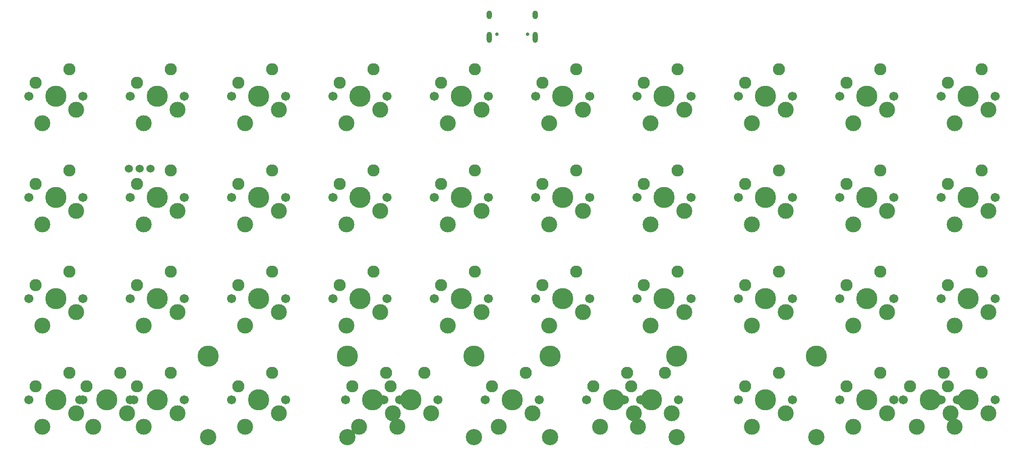
<source format=gbr>
%TF.GenerationSoftware,KiCad,Pcbnew,(6.99.0-222-g367431f825)*%
%TF.CreationDate,2022-01-13T14:33:26+01:00*%
%TF.ProjectId,Endeavour-2,456e6465-6176-46f7-9572-2d322e6b6963,rev?*%
%TF.SameCoordinates,Original*%
%TF.FileFunction,Soldermask,Top*%
%TF.FilePolarity,Negative*%
%FSLAX46Y46*%
G04 Gerber Fmt 4.6, Leading zero omitted, Abs format (unit mm)*
G04 Created by KiCad (PCBNEW (6.99.0-222-g367431f825)) date 2022-01-13 14:33:26*
%MOMM*%
%LPD*%
G01*
G04 APERTURE LIST*
%ADD10C,1.701800*%
%ADD11C,3.000000*%
%ADD12C,3.987800*%
%ADD13C,2.286000*%
%ADD14C,3.048000*%
%ADD15C,0.650000*%
%ADD16O,1.000000X1.600000*%
%ADD17O,1.000000X2.100000*%
%ADD18C,1.524000*%
G04 APERTURE END LIST*
D10*
%TO.C,K0*%
X55910000Y-35330000D03*
D11*
X58450000Y-40410000D03*
D12*
X60990000Y-35330000D03*
D11*
X64800000Y-37870000D03*
D10*
X66070000Y-35330000D03*
D13*
X63530000Y-30250000D03*
X57180000Y-32790000D03*
%TD*%
D10*
%TO.C,K1*%
X74960000Y-35330000D03*
D11*
X77500000Y-40410000D03*
D12*
X80040000Y-35330000D03*
D11*
X83850000Y-37870000D03*
D10*
X85120000Y-35330000D03*
D13*
X82580000Y-30250000D03*
X76230000Y-32790000D03*
%TD*%
D10*
%TO.C,K2*%
X94010000Y-35330000D03*
D11*
X96550000Y-40410000D03*
D12*
X99090000Y-35330000D03*
D11*
X102900000Y-37870000D03*
D10*
X104170000Y-35330000D03*
D13*
X101630000Y-30250000D03*
X95280000Y-32790000D03*
%TD*%
D10*
%TO.C,K3*%
X113060000Y-35330000D03*
D11*
X115600000Y-40410000D03*
D12*
X118140000Y-35330000D03*
D11*
X121950000Y-37870000D03*
D10*
X123220000Y-35330000D03*
D13*
X120680000Y-30250000D03*
X114330000Y-32790000D03*
%TD*%
D10*
%TO.C,K4*%
X132110000Y-35330000D03*
D11*
X134650000Y-40410000D03*
D12*
X137190000Y-35330000D03*
D11*
X141000000Y-37870000D03*
D10*
X142270000Y-35330000D03*
D13*
X139730000Y-30250000D03*
X133380000Y-32790000D03*
%TD*%
D10*
%TO.C,K6*%
X170210000Y-35330000D03*
D11*
X172750000Y-40410000D03*
D12*
X175290000Y-35330000D03*
D11*
X179100000Y-37870000D03*
D10*
X180370000Y-35330000D03*
D13*
X177830000Y-30250000D03*
X171480000Y-32790000D03*
%TD*%
D10*
%TO.C,K7*%
X189260000Y-35330000D03*
D11*
X191800000Y-40410000D03*
D12*
X194340000Y-35330000D03*
D11*
X198150000Y-37870000D03*
D10*
X199420000Y-35330000D03*
D13*
X196880000Y-30250000D03*
X190530000Y-32790000D03*
%TD*%
D10*
%TO.C,K8*%
X208310000Y-35330000D03*
D11*
X210850000Y-40410000D03*
D12*
X213390000Y-35330000D03*
D11*
X217200000Y-37870000D03*
D10*
X218470000Y-35330000D03*
D13*
X215930000Y-30250000D03*
X209580000Y-32790000D03*
%TD*%
D10*
%TO.C,K9*%
X227360000Y-35330000D03*
D11*
X229900000Y-40410000D03*
D12*
X232440000Y-35330000D03*
D11*
X236250000Y-37870000D03*
D10*
X237520000Y-35330000D03*
D13*
X234980000Y-30250000D03*
X228630000Y-32790000D03*
%TD*%
D10*
%TO.C,K10*%
X55910000Y-54380000D03*
D11*
X58450000Y-59460000D03*
D12*
X60990000Y-54380000D03*
D11*
X64800000Y-56920000D03*
D10*
X66070000Y-54380000D03*
D13*
X63530000Y-49300000D03*
X57180000Y-51840000D03*
%TD*%
D10*
%TO.C,K11*%
X74960000Y-54380000D03*
D11*
X77500000Y-59460000D03*
D12*
X80040000Y-54380000D03*
D11*
X83850000Y-56920000D03*
D10*
X85120000Y-54380000D03*
D13*
X82580000Y-49300000D03*
X76230000Y-51840000D03*
%TD*%
D10*
%TO.C,K12*%
X94010000Y-54380000D03*
D11*
X96550000Y-59460000D03*
D12*
X99090000Y-54380000D03*
D11*
X102900000Y-56920000D03*
D10*
X104170000Y-54380000D03*
D13*
X101630000Y-49300000D03*
X95280000Y-51840000D03*
%TD*%
D10*
%TO.C,K13*%
X113060000Y-54380000D03*
D11*
X115600000Y-59460000D03*
D12*
X118140000Y-54380000D03*
D11*
X121950000Y-56920000D03*
D10*
X123220000Y-54380000D03*
D13*
X120680000Y-49300000D03*
X114330000Y-51840000D03*
%TD*%
D10*
%TO.C,K14*%
X132110000Y-54380000D03*
D11*
X134650000Y-59460000D03*
D12*
X137190000Y-54380000D03*
D11*
X141000000Y-56920000D03*
D10*
X142270000Y-54380000D03*
D13*
X139730000Y-49300000D03*
X133380000Y-51840000D03*
%TD*%
D10*
%TO.C,K15*%
X151160000Y-54380000D03*
D11*
X153700000Y-59460000D03*
D12*
X156240000Y-54380000D03*
D11*
X160050000Y-56920000D03*
D10*
X161320000Y-54380000D03*
D13*
X158780000Y-49300000D03*
X152430000Y-51840000D03*
%TD*%
D10*
%TO.C,K16*%
X170210000Y-54380000D03*
D11*
X172750000Y-59460000D03*
D12*
X175290000Y-54380000D03*
D11*
X179100000Y-56920000D03*
D10*
X180370000Y-54380000D03*
D13*
X177830000Y-49300000D03*
X171480000Y-51840000D03*
%TD*%
D10*
%TO.C,K17*%
X189260000Y-54380000D03*
D11*
X191800000Y-59460000D03*
D12*
X194340000Y-54380000D03*
D11*
X198150000Y-56920000D03*
D10*
X199420000Y-54380000D03*
D13*
X196880000Y-49300000D03*
X190530000Y-51840000D03*
%TD*%
D10*
%TO.C,K18*%
X208310000Y-54380000D03*
D11*
X210850000Y-59460000D03*
D12*
X213390000Y-54380000D03*
D11*
X217200000Y-56920000D03*
D10*
X218470000Y-54380000D03*
D13*
X215930000Y-49300000D03*
X209580000Y-51840000D03*
%TD*%
D10*
%TO.C,K19*%
X227360000Y-54380000D03*
D11*
X229900000Y-59460000D03*
D12*
X232440000Y-54380000D03*
D11*
X236250000Y-56920000D03*
D10*
X237520000Y-54380000D03*
D13*
X234980000Y-49300000D03*
X228630000Y-51840000D03*
%TD*%
D10*
%TO.C,K20*%
X55910000Y-73430000D03*
D11*
X58450000Y-78510000D03*
D12*
X60990000Y-73430000D03*
D11*
X64800000Y-75970000D03*
D10*
X66070000Y-73430000D03*
D13*
X63530000Y-68350000D03*
X57180000Y-70890000D03*
%TD*%
D10*
%TO.C,K21*%
X74960000Y-73430000D03*
D11*
X77500000Y-78510000D03*
D12*
X80040000Y-73430000D03*
D11*
X83850000Y-75970000D03*
D10*
X85120000Y-73430000D03*
D13*
X82580000Y-68350000D03*
X76230000Y-70890000D03*
%TD*%
D10*
%TO.C,K22*%
X94010000Y-73430000D03*
D11*
X96550000Y-78510000D03*
D12*
X99090000Y-73430000D03*
D11*
X102900000Y-75970000D03*
D10*
X104170000Y-73430000D03*
D13*
X101630000Y-68350000D03*
X95280000Y-70890000D03*
%TD*%
D10*
%TO.C,K23*%
X113060000Y-73430000D03*
D11*
X115600000Y-78510000D03*
D12*
X118140000Y-73430000D03*
D11*
X121950000Y-75970000D03*
D10*
X123220000Y-73430000D03*
D13*
X120680000Y-68350000D03*
X114330000Y-70890000D03*
%TD*%
D10*
%TO.C,K24*%
X132110000Y-73430000D03*
D11*
X134650000Y-78510000D03*
D12*
X137190000Y-73430000D03*
D11*
X141000000Y-75970000D03*
D10*
X142270000Y-73430000D03*
D13*
X139730000Y-68350000D03*
X133380000Y-70890000D03*
%TD*%
D10*
%TO.C,K25*%
X151160000Y-73430000D03*
D11*
X153700000Y-78510000D03*
D12*
X156240000Y-73430000D03*
D11*
X160050000Y-75970000D03*
D10*
X161320000Y-73430000D03*
D13*
X158780000Y-68350000D03*
X152430000Y-70890000D03*
%TD*%
D10*
%TO.C,K26*%
X170210000Y-73430000D03*
D11*
X172750000Y-78510000D03*
D12*
X175290000Y-73430000D03*
D11*
X179100000Y-75970000D03*
D10*
X180370000Y-73430000D03*
D13*
X177830000Y-68350000D03*
X171480000Y-70890000D03*
%TD*%
D10*
%TO.C,K27*%
X189260000Y-73430000D03*
D11*
X191800000Y-78510000D03*
D12*
X194340000Y-73430000D03*
D11*
X198150000Y-75970000D03*
D10*
X199420000Y-73430000D03*
D13*
X196880000Y-68350000D03*
X190530000Y-70890000D03*
%TD*%
D10*
%TO.C,K28*%
X208310000Y-73430000D03*
D11*
X210850000Y-78510000D03*
D12*
X213390000Y-73430000D03*
D11*
X217200000Y-75970000D03*
D10*
X218470000Y-73430000D03*
D13*
X215930000Y-68350000D03*
X209580000Y-70890000D03*
%TD*%
D10*
%TO.C,K29*%
X227360000Y-73430000D03*
D11*
X229900000Y-78510000D03*
D12*
X232440000Y-73430000D03*
D11*
X236250000Y-75970000D03*
D10*
X237520000Y-73430000D03*
D13*
X234980000Y-68350000D03*
X228630000Y-70890000D03*
%TD*%
D10*
%TO.C,1u1*%
X55910000Y-92480000D03*
D11*
X58450000Y-97560000D03*
D12*
X60990000Y-92480000D03*
D11*
X64800000Y-95020000D03*
D10*
X66070000Y-92480000D03*
D13*
X63530000Y-87400000D03*
X57180000Y-89940000D03*
%TD*%
D10*
%TO.C,1u2*%
X74960000Y-92480000D03*
D11*
X77500000Y-97560000D03*
D12*
X80040000Y-92480000D03*
D11*
X83850000Y-95020000D03*
D10*
X85120000Y-92480000D03*
D13*
X82580000Y-87400000D03*
X76230000Y-89940000D03*
%TD*%
D10*
%TO.C,1u3*%
X94010000Y-92480000D03*
D11*
X96550000Y-97560000D03*
D12*
X99090000Y-92480000D03*
D11*
X102900000Y-95020000D03*
D10*
X104170000Y-92480000D03*
D13*
X101630000Y-87400000D03*
X95280000Y-89940000D03*
%TD*%
D10*
%TO.C,1u4*%
X122585000Y-92480000D03*
D11*
X125125000Y-97560000D03*
D12*
X127665000Y-92480000D03*
D11*
X131475000Y-95020000D03*
D10*
X132745000Y-92480000D03*
D13*
X130205000Y-87400000D03*
X123855000Y-89940000D03*
%TD*%
D10*
%TO.C,1u5*%
X160685000Y-92480000D03*
D11*
X163225000Y-97560000D03*
D12*
X165765000Y-92480000D03*
D11*
X169575000Y-95020000D03*
D10*
X170845000Y-92480000D03*
D13*
X168305000Y-87400000D03*
X161955000Y-89940000D03*
%TD*%
D10*
%TO.C,1u6*%
X189260000Y-92480000D03*
D11*
X191800000Y-97560000D03*
D12*
X194340000Y-92480000D03*
D11*
X198150000Y-95020000D03*
D10*
X199420000Y-92480000D03*
D13*
X196880000Y-87400000D03*
X190530000Y-89940000D03*
%TD*%
D10*
%TO.C,1u7*%
X208310000Y-92480000D03*
D11*
X210850000Y-97560000D03*
D12*
X213390000Y-92480000D03*
D11*
X217200000Y-95020000D03*
D10*
X218470000Y-92480000D03*
D13*
X215930000Y-87400000D03*
X209580000Y-89940000D03*
%TD*%
D10*
%TO.C,1u8*%
X227360000Y-92460000D03*
D11*
X229900000Y-97540000D03*
D12*
X232440000Y-92460000D03*
D11*
X236250000Y-95000000D03*
D10*
X237520000Y-92460000D03*
D13*
X234980000Y-87380000D03*
X228630000Y-89920000D03*
%TD*%
D10*
%TO.C,K5*%
X151160000Y-35330000D03*
D11*
X153700000Y-40410000D03*
D12*
X156240000Y-35330000D03*
D11*
X160050000Y-37870000D03*
D10*
X161320000Y-35330000D03*
D13*
X158780000Y-30250000D03*
X152430000Y-32790000D03*
%TD*%
D10*
%TO.C,SPACE1*%
X141635000Y-92480000D03*
D11*
X144175000Y-97560000D03*
D12*
X146715000Y-92480000D03*
D11*
X150525000Y-95020000D03*
D10*
X151795000Y-92480000D03*
D13*
X149255000Y-87400000D03*
X142905000Y-89940000D03*
%TD*%
D10*
%TO.C,1.5u1*%
X115441250Y-92480000D03*
D11*
X117981250Y-97560000D03*
D12*
X120521250Y-92480000D03*
D11*
X124331250Y-95020000D03*
D10*
X125601250Y-92480000D03*
D13*
X123061250Y-87400000D03*
X116711250Y-89940000D03*
%TD*%
D14*
%TO.C,H2*%
X139571250Y-99465000D03*
D12*
X139571250Y-84225000D03*
D14*
X115758750Y-99465000D03*
D12*
X115758750Y-84225000D03*
%TD*%
D14*
%TO.C,H1*%
X177671250Y-99465000D03*
D12*
X177671250Y-84225000D03*
D14*
X153858750Y-99465000D03*
D12*
X153858750Y-84225000D03*
%TD*%
D14*
%TO.C,H0*%
X203865000Y-99465000D03*
D12*
X203865000Y-84225000D03*
D14*
X89565000Y-99465000D03*
D12*
X89565000Y-84225000D03*
%TD*%
D10*
%TO.C,1.5u2*%
X167828750Y-92480000D03*
D11*
X170368750Y-97560000D03*
D12*
X172908750Y-92480000D03*
D11*
X176718750Y-95020000D03*
D10*
X177988750Y-92480000D03*
D13*
X175448750Y-87400000D03*
X169098750Y-89940000D03*
%TD*%
D10*
%TO.C,1u_space2*%
X220216250Y-92480000D03*
D11*
X222756250Y-97560000D03*
D12*
X225296250Y-92480000D03*
D11*
X229106250Y-95020000D03*
D10*
X230376250Y-92480000D03*
D13*
X227836250Y-87400000D03*
X221486250Y-89940000D03*
%TD*%
D10*
%TO.C,1u_space1*%
X65435000Y-92480000D03*
D11*
X67975000Y-97560000D03*
D12*
X70515000Y-92480000D03*
D11*
X74325000Y-95020000D03*
D10*
X75595000Y-92480000D03*
D13*
X73055000Y-87400000D03*
X66705000Y-89940000D03*
%TD*%
D15*
%TO.C,J1*%
X143825000Y-23642500D03*
X149605000Y-23642500D03*
D16*
X142395000Y-19992500D03*
D17*
X142395000Y-24172500D03*
D16*
X151035000Y-19992500D03*
D17*
X151035000Y-24172500D03*
%TD*%
D18*
%TO.C,JP1*%
X74725000Y-48939000D03*
X76725000Y-48939000D03*
X78735000Y-48959000D03*
%TD*%
M02*

</source>
